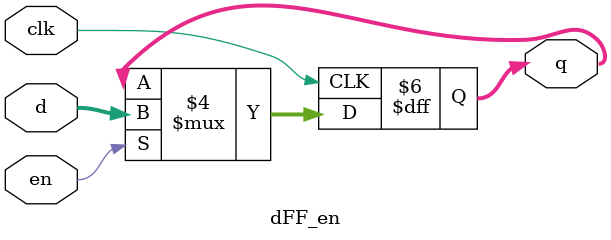
<source format=v>
module dFF_en # (parameter WIDTH = 32) (
        input   wire            clk,
        input   wire            en,    
        input   wire [WIDTH-1:0] d,
        output  reg  [WIDTH-1:0] q
    );
 
 initial begin
 q = 0;
 end
 
 always @(posedge clk) begin
    if (en) q <= d;
    else    q <= q;
end
endmodule 
</source>
